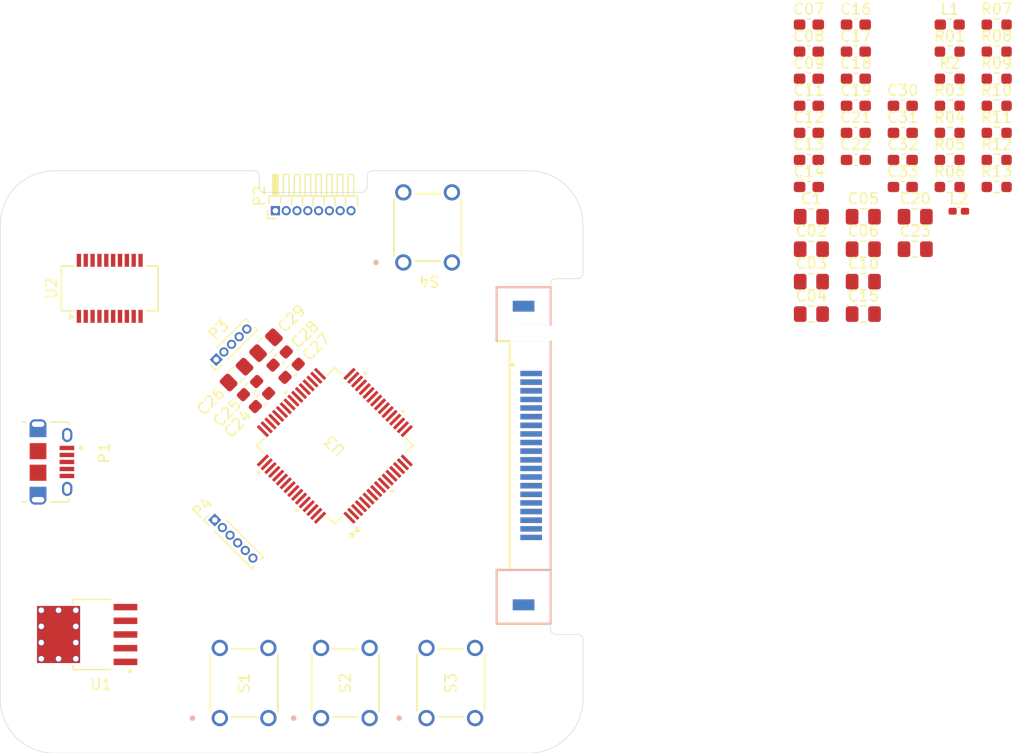
<source format=kicad_pcb>
(kicad_pcb (version 20241229) (generator "pcbnew") (generator_version "9.0")
  (layers (0 "F.Cu" signal) (4 "In1.Cu" signal) (6 "In2.Cu" signal) (2 "B.Cu" signal) (13 "F.Paste" user) (15 "B.Paste" user) (5 "F.SilkS" user "F.Silkscreen") (7 "B.SilkS" user "B.Silkscreen") (1 "F.Mask" user) (3 "B.Mask" user) (25 "Edge.Cuts" user))
  (net 0 "")
  (net 1 "+5V")
  (net 2 "GND")
  (net 3 "Net-(U1-NR{slash}FB)")
  (net 4 "Net-(J2-Pin_1)")
  (net 5 "Net-(P1-VCC)")
  (net 6 "Net-(P1-D-)")
  (net 7 "Net-(P1-D+)")
  (net 8 "+5V0USB")
  (net 9 "Net-(J2-Pin_3)")
  (net 10 "+3V3")
  (net 11 "RG6")
  (net 12 "RG7")
  (net 13 "RG8")
  (net 14 "Net-(C33-Pad1)")
  (net 17 "MCLR")
  (net 19 "PGEC2")
  (net 21 "PGED2")
  (net 22 "OSC1")
  (net 23 "OSC2")
  (net 24 "SOSCI")
  (net 25 "SOSCO")
  (net 26 "D-")
  (net 27 "VBUS")
  (net 28 "D+")
  (net 29 "USBID")
  (net 30 "RF0")
  (net 31 "RE2")
  (net 32 "RE7")
  (net 33 "RB11")
  (net 34 "RD11")
  (net 35 "RD4")
  (net 36 "RE3")
  (net 37 "RE6")
  (net 38 "+3V3AUX")
  (net 39 "RE1")
  (net 40 "RD2")
  (net 41 "RB13")
  (net 42 "RE4")
  (net 43 "+5VAUX")
  (net 44 "RF1")
  (net 45 "RB4")
  (net 46 "RB3")
  (net 47 "RD10")
  (net 48 "RB2")
  (net 49 "RB10")
  (net 50 "RE0")
  (net 51 "RB15")
  (net 52 "RB0")
  (net 53 "RB8")
  (net 54 "RD0")
  (net 55 "RD3")
  (net 56 "RE5")
  (net 57 "RD9")
  (net 58 "RD1")
  (net 59 "RF4")
  (net 60 "RB5")
  (net 61 "RF5")
  (net 62 "RB1")
  (net 63 "Net-(U2-USBDM)")
  (net 64 "Net-(U2-USBDP)")
  (net 66 "U1RX")
  (net 73 "U1TX")
  (net 77 "RB9")
  (net 78 "RG9")
  (net 79 "RB14")
  (net 80 "Net-(J1-Pin_1)")
  (net 81 "Net-(D1-A)")
  (net 82 "Net-(D2-K)")
  (net 83 "Net-(D3-K)")
  (net 84 "Net-(D4-K)")
  (net 85 "Net-(D5-K)")
  (footprint "Resistor_SMD:R_0603_1608Metric_Pad0.98x0.95mm_HandSolder" (layer "F.Cu") (at 224.4875 60.46)
    (property "Reference" "R2" (at 0 -1.43 0) (layer "F.SilkS"))
    (property "Value" "1k")
    (pad "1" smd roundrect (at -0.9125 0) (size 0.975 0.95) (layers "F.Cu" "F.Mask" "F.Paste") (net 81 "Net-(D1-A)"))
    (pad "2" smd roundrect (at 0.9125 0) (size 0.975 0.95) (layers "F.Cu" "F.Mask" "F.Paste") (net 9 "Net-(J2-Pin_3)"))
  )
  (footprint "Capacitor_SMD:C_0805_2012Metric_Pad1.18x1.45mm_HandSolder" (layer "F.Cu") (at 211.6675 82.29)
    (property "Reference" "C04" (at 0 -1.68 0) (layer "F.SilkS"))
    (property "Value" "10n")
    (pad "1" smd roundrect (at -1.0375 0) (size 1.175 1.45) (layers "F.Cu" "F.Mask" "F.Paste") (roundrect_rratio 0.212766) (net 5 "Net-(P1-VCC)"))
    (pad "2" smd roundrect (at 1.0375 0) (size 1.175 1.45) (layers "F.Cu" "F.Mask" "F.Paste") (roundrect_rratio 0.212766) (net 2 "GND"))
  )
  (footprint "Capacitor_SMD:C_0805_2012Metric_Pad1.18x1.45mm_HandSolder" (layer "F.Cu") (at 221.2875 76.27)
    (property "Reference" "C23" (at 0 -1.68 0) (layer "F.SilkS"))
    (property "Value" "10u")
    (pad "1" smd roundrect (at -1.0375 0) (size 1.175 1.45) (layers "F.Cu" "F.Mask" "F.Paste") (roundrect_rratio 0.212766) (net 2 "GND"))
    (pad "2" smd roundrect (at 1.0375 0) (size 1.175 1.45) (layers "F.Cu" "F.Mask" "F.Paste") (roundrect_rratio 0.212766) (net 10 "+3V3"))
  )
  (footprint "Lib_fp:SW_B3F-1000_OMR" (layer "F.Cu") (at 166.2267 119.750001 90)
    (property "Reference" "S2" (at 3.250001 2.250001 90) (layer "F.SilkS"))
    (property "Value" "B3F-1000" (hide yes))
    (pad "1" thru_hole circle (at 0 0 90) (size 1.507998 1.507998) (drill 0.999998) (layers "*.Cu" "*.Mask") (net 12 "RG7"))
    (pad "2" thru_hole circle (at 6.500002 0 90) (size 1.507998 1.507998) (drill 0.999998) (layers "*.Cu" "*.Mask") (net 2 "GND"))
    (pad "3" thru_hole circle (at 0 4.500001 90) (size 1.507998 1.507998) (drill 0.999998) (layers "*.Cu" "*.Mask") (net 12 "RG7"))
    (pad "4" thru_hole circle (at 6.500002 4.500001 90) (size 1.507998 1.507998) (drill 0.999998) (layers "*.Cu" "*.Mask") (net 2 "GND"))
  )
  (footprint "Capacitor_SMD:C_0603_1608Metric_Pad1.08x0.95mm_HandSolder" (layer "F.Cu") (at 160.75 90.25 -135)
    (property "Reference" "C24" (at 3.152108 0.017678 45) (layer "F.SilkS"))
    (property "Value" "10n")
    (pad "1" smd roundrect (at -0.862501 0 225) (size 1.075 0.95) (layers "F.Cu" "F.Mask" "F.Paste") (net 2 "GND"))
    (pad "2" smd roundrect (at 0.862501 0 225) (size 1.075 0.95) (layers "F.Cu" "F.Mask" "F.Paste") (net 10 "+3V3"))
  )
  (footprint "Resistor_SMD:R_0603_1608Metric_Pad0.98x0.95mm_HandSolder" (layer "F.Cu") (at 228.8375 55.44)
    (property "Reference" "R07" (at 0 -1.43 0) (layer "F.SilkS"))
    (property "Value" "10K")
    (pad "1" smd roundrect (at -0.9125 0) (size 0.975 0.95) (layers "F.Cu" "F.Mask" "F.Paste") (net 13 "RG8"))
    (pad "2" smd roundrect (at 0.9125 0) (size 0.975 0.95) (layers "F.Cu" "F.Mask" "F.Paste") (net 10 "+3V3"))
  )
  (footprint "Resistor_SMD:R_0603_1608Metric_Pad0.98x0.95mm_HandSolder" (layer "F.Cu") (at 228.8375 57.95)
    (property "Reference" "R08" (at 0 -1.43 0) (layer "F.SilkS"))
    (property "Value" "1K")
    (pad "1" smd roundrect (at -0.9125 0) (size 0.975 0.95) (layers "F.Cu" "F.Mask" "F.Paste") (net 14 "Net-(C33-Pad1)"))
    (pad "2" smd roundrect (at 0.9125 0) (size 0.975 0.95) (layers "F.Cu" "F.Mask" "F.Paste") (net 17 "MCLR"))
  )
  (footprint "Capacitor_SMD:C_0805_2012Metric_Pad1.18x1.45mm_HandSolder" (layer "F.Cu") (at 211.6675 79.28)
    (property "Reference" "C03" (at 0 -1.68 0) (layer "F.SilkS"))
    (property "Value" "1u")
    (pad "1" smd roundrect (at -1.0375 0) (size 1.175 1.45) (layers "F.Cu" "F.Mask" "F.Paste") (roundrect_rratio 0.212766) (net 4 "Net-(J2-Pin_1)"))
    (pad "2" smd roundrect (at 1.0375 0) (size 1.175 1.45) (layers "F.Cu" "F.Mask" "F.Paste") (roundrect_rratio 0.212766) (net 2 "GND"))
  )
  (footprint "Capacitor_SMD:C_0603_1608Metric_Pad1.08x0.95mm_HandSolder" (layer "F.Cu") (at 211.4375 70.5)
    (property "Reference" "C14" (at 0 -1.43 0) (layer "F.SilkS"))
    (property "Value" "10n")
    (pad "1" smd roundrect (at -0.8625 0) (size 1.075 0.95) (layers "F.Cu" "F.Mask" "F.Paste") (net 10 "+3V3"))
    (pad "2" smd roundrect (at 0.8625 0) (size 1.075 0.95) (layers "F.Cu" "F.Mask" "F.Paste") (net 2 "GND"))
  )
  (footprint "Lib_fp:SW_B3F-1000_OMR" (layer "F.Cu") (at 156.8485 119.750001 90)
    (property "Reference" "S1" (at 3.250001 2.250001 90) (layer "F.SilkS"))
    (property "Value" "B3F-1002" (hide yes))
    (pad "1" thru_hole circle (at 0 0 90) (size 1.507998 1.507998) (drill 0.999998) (layers "*.Cu" "*.Mask") (net 11 "RG6"))
    (pad "2" thru_hole circle (at 6.500002 0 90) (size 1.507998 1.507998) (drill 0.999998) (layers "*.Cu" "*.Mask") (net 2 "GND"))
    (pad "3" thru_hole circle (at 0 4.500001 90) (size 1.507998 1.507998) (drill 0.999998) (layers "*.Cu" "*.Mask") (net 11 "RG6"))
    (pad "4" thru_hole circle (at 6.500002 4.500001 90) (size 1.507998 1.507998) (drill 0.999998) (layers "*.Cu" "*.Mask") (net 2 "GND"))
  )
  (footprint "Lib_fp:SAMTEC_HSEC8-120-01-S-D-EM2" (layer "F.Cu") (at 185.7 95.4 -90)
    (property "Reference" "P5" (hide yes))
    (property "Value" "HSEC8-120-01-S-D-EM2" (hide yes))
    (fp_line (start -10.5755 1.8005) (end -10.5755 -1.8) (stroke (width 0.01)) (layer "Edge.Cuts"))
    (fp_line (start -12.1245 -1.8) (end -12.1245 1.800499) (stroke (width 0.01)) (layer "Edge.Cuts"))
    (fp_line (start -12.1245 -1.8) (end -15.6 -1.8) (stroke (width 0.01)) (layer "Edge.Cuts"))
    (fp_line (start 15.6 -1.8) (end -10.5755 -1.8) (stroke (width 0.01)) (layer "Edge.Cuts"))
    (fp_arc (start -11.35 2.575) (mid -11.897654 2.348154) (end -12.1245 1.8005) (stroke (width 0.01)) (layer "Edge.Cuts"))
    (fp_arc (start -10.5755 1.8005) (mid -10.802346 2.348154) (end -11.35 2.575) (stroke (width 0.01)) (layer "Edge.Cuts"))
    (pad "01" smd rect (at -7.6 0 270) (size 0.5 2) (layers "F.Cu" "F.Mask" "F.Paste") (net 51 "RB15"))
    (pad "02" smd rect (at -7.6 0 270) (size 0.5 2) (layers "B.Cu" "B.Mask" "B.Paste") (net 2 "GND"))
    (pad "03" smd rect (at -6.8 0 270) (size 0.5 2) (layers "F.Cu" "F.Mask" "F.Paste") (net 41 "RB13"))
    (pad "04" smd rect (at -6.8 0 270) (size 0.5 2) (layers "B.Cu" "B.Mask" "B.Paste") (net 59 "RF4"))
    (pad "05" smd rect (at -6 0 270) (size 0.5 2) (layers "F.Cu" "F.Mask" "F.Paste") (net 33 "RB11"))
    (pad "06" smd rect (at -6 0 270) (size 0.5 2) (layers "B.Cu" "B.Mask" "B.Paste") (net 61 "RF5"))
    (pad "07" smd rect (at -5.2 0 270) (size 0.5 2) (layers "F.Cu" "F.Mask" "F.Paste") (net 49 "RB10"))
    (pad "08" smd rect (at -5.2 0 270) (size 0.5 2) (layers "B.Cu" "B.Mask" "B.Paste") (net 57 "RD9"))
    (pad "09" smd rect (at -4.4 0 270) (size 0.5 2) (layers "F.Cu" "F.Mask" "F.Paste") (net 53 "RB8"))
    (pad "10" smd rect (at -4.4 0 270) (size 0.5 2) (layers "B.Cu" "B.Mask" "B.Paste") (net 47 "RD10"))
    (pad "11" smd rect (at -3.6 0 270) (size 0.5 2) (layers "F.Cu" "F.Mask" "F.Paste") (net 52 "RB0"))
    (pad "12" smd rect (at -3.6 0 270) (size 0.5 2) (layers "B.Cu" "B.Mask" "B.Paste") (net 34 "RD11"))
    (pad "13" smd rect (at -2.8 0 270) (size 0.5 2) (layers "F.Cu" "F.Mask" "F.Paste") (net 62 "RB1"))
    (pad "14" smd rect (at -2.8 0 270) (size 0.5 2) (layers "B.Cu" "B.Mask" "B.Paste") (net 54 "RD0"))
    (pad "15" smd rect (at -2 0 270) (size 0.5 2) (layers "F.Cu" "F.Mask" "F.Paste") (net 48 "RB2"))
    (pad "16" smd rect (at -2 0 270) (size 0.5 2) (layers "B.Cu" "B.Mask" "B.Paste") (net 38 "+3V3AUX"))
    (pad "17" smd rect (at -1.2 0 270) (size 0.5 2) (layers "F.Cu" "F.Mask" "F.Paste") (net 46 "RB3"))
    (pad "18" smd rect (at -1.2 0 270) (size 0.5 2) (layers "B.Cu" "B.Mask" "B.Paste") (net 58 "RD1"))
    (pad "19" smd rect (at -0.4 0 270) (size 0.5 2) (layers "F.Cu" "F.Mask" "F.Paste") (net 2 "GND"))
    (pad "20" smd rect (at -0.4 0 270) (size 0.5 2) (layers "B.Cu" "B.Mask" "B.Paste") (net 40 "RD2"))
    (pad "21" smd rect (at 0.4 0 270) (size 0.5 2) (layers "F.Cu" "F.Mask" "F.Paste") (net 45 "RB4"))
    (pad "22" smd rect (at 0.4 0 270) (size 0.5 2) (layers "B.Cu" "B.Mask" "B.Paste") (net 55 "RD3"))
    (pad "23" smd rect (at 1.2 0 270) (size 0.5 2) (layers "F.Cu" "F.Mask" "F.Paste") (net 60 "RB5"))
    (pad "24" smd rect (at 1.2 0 270) (size 0.5 2) (layers "B.Cu" "B.Mask" "B.Paste") (net 35 "RD4"))
    (pad "25" smd rect (at 2 0 270) (size 0.5 2) (layers "F.Cu" "F.Mask" "F.Paste") (net 13 "RG8"))
    (pad "26" smd rect (at 2 0 270) (size 0.5 2) (layers "B.Cu" "B.Mask" "B.Paste") (net 30 "RF0"))
    (pad "27" smd rect (at 2.8 0 270) (size 0.5 2) (layers "F.Cu" "F.Mask" "F.Paste") (net 12 "RG7"))
    (pad "28" smd rect (at 2.8 0 270) (size 0.5 2) (layers "B.Cu" "B.Mask" "B.Paste") (net 44 "RF1"))
    (pad "29" smd rect (at 3.6 0 270) (size 0.5 2) (layers "F.Cu" "F.Mask" "F.Paste") (net 11 "RG6"))
    (pad "30" smd rect (at 3.6 0 270) (size 0.5 2) (layers "B.Cu" "B.Mask" "B.Paste") (net 50 "RE0"))
    (pad "31" smd rect (at 4.4 0 270) (size 0.5 2) (layers "F.Cu" "F.Mask" "F.Paste") (net 32 "RE7"))
    (pad "32" smd rect (at 4.4 0 270) (size 0.5 2) (layers "B.Cu" "B.Mask" "B.Paste") (net 39 "RE1"))
    (pad "33" smd rect (at 5.2 0 270) (size 0.5 2) (layers "F.Cu" "F.Mask" "F.Paste") (net 2 "GND"))
    (pad "34" smd rect (at 5.2 0 270) (size 0.5 2) (layers "B.Cu" "B.Mask" "B.Paste") (net 31 "RE2"))
    (pad "35" smd rect (at 6 0 270) (size 0.5 2) (layers "F.Cu" "F.Mask" "F.Paste") (net 37 "RE6"))
    (pad "36" smd rect (at 6 0 270) (size 0.5 2) (layers "B.Cu" "B.Mask" "B.Paste") (net 36 "RE3"))
    (pad "37" smd rect (at 6.8 0 270) (size 0.5 2) (layers "F.Cu" "F.Mask" "F.Paste") (net 56 "RE5"))
    (pad "38" smd rect (at 6.8 0 270) (size 0.5 2) (layers "B.Cu" "B.Mask" "B.Paste") (net 42 "RE4"))
    (pad "39" smd rect (at 7.6 0 270) (size 0.5 2) (layers "F.Cu" "F.Mask" "F.Paste") (net 38 "+3V3AUX"))
    (pad "40" smd rect (at 7.6 0 270) (size 0.5 2) (layers "B.Cu" "B.Mask" "B.Paste") (net 43 "+5VAUX"))
    (pad "S1" smd rect (at -13.85 0.7 270) (size 1 2) (layers "F.Cu" "F.Mask" "F.Paste") (net 2 "GND"))
    (pad "S2" smd rect (at -13.85 0.7 270) (size 1 2) (layers "B.Cu" "B.Mask" "B.Paste") (net 2 "GND"))
    (pad "S3" smd rect (at 13.85 0.7 270) (size 1 2) (layers "F.Cu" "F.Mask" "F.Paste") (net 2 "GND"))
    (pad "S4" smd rect (at 13.85 0.7 270) (size 1 2) (layers "B.Cu" "B.Mask" "B.Paste") (net 2 "GND"))
  )
  (footprint "Lib_fp:TQFP64_PT_MCH" (layer "F.Cu") (at 167.5 94.5 135)
    (property "Reference" "U3" (at 0 0 135) (layer "F.SilkS"))
    (property "Value" "PIC32MZ1024EFE064-E/PT" (hide yes))
    (fp_text user "*" (at -6.985 -4.381 135) (layer "F.SilkS"))
    (fp_text user "*" (at -6.985 -4.381 135) (layer "F.SilkS"))
    (pad "1" smd rect (at -5.6769 -3.75 225) (size 0.2794 1.3462) (layers "F.Cu" "F.Mask" "F.Paste") (net 56 "RE5"))
    (pad "2" smd rect (at -5.6769 -3.250001 225) (size 0.2794 1.3462) (layers "F.Cu" "F.Mask" "F.Paste") (net 37 "RE6"))
    (pad "3" smd rect (at -5.6769 -2.75 225) (size 0.2794 1.3462) (layers "F.Cu" "F.Mask" "F.Paste") (net 32 "RE7"))
    (pad "4" smd rect (at -5.6769 -2.25 225) (size 0.2794 1.3462) (layers "F.Cu" "F.Mask" "F.Paste") (net 11 "RG6"))
    (pad "5" smd rect (at -5.6769 -1.749999 225) (size 0.2794 1.3462) (layers "F.Cu" "F.Mask" "F.Paste") (net 12 "RG7"))
    (pad "6" smd rect (at -5.6769 -1.25 225) (size 0.2794 1.3462) (layers "F.Cu" "F.Mask" "F.Paste") (net 13 "RG8"))
    (pad "7" smd rect (at -5.6769 -0.750001 225) (size 0.2794 1.3462) (layers "F.Cu" "F.Mask" "F.Paste") (net 2 "GND"))
    (pad "8" smd rect (at -5.6769 -0.25 225) (size 0.2794 1.3462) (layers "F.Cu" "F.Mask" "F.Paste") (net 10 "+3V3"))
    (pad "9" smd rect (at -5.6769 0.25 225) (size 0.2794 1.3462) (layers "F.Cu" "F.Mask" "F.Paste") (net 17 "MCLR"))
    (pad "10" smd rect (at -5.6769 0.750001 225) (size 0.2794 1.3462) (layers "F.Cu" "F.Mask" "F.Paste") (net 78 "RG9"))
    (pad "11" smd rect (at -5.6769 1.25 225) (size 0.2794 1.3462) (layers "F.Cu" "F.Mask" "F.Paste") (net 60 "RB5"))
    (pad "12" smd rect (at -5.6769 1.749999 225) (size 0.2794 1.3462) (layers "F.Cu" "F.Mask" "F.Paste") (net 45 "RB4"))
    (pad "13" smd rect (at -5.6769 2.25 225) (size 0.2794 1.3462) (layers "F.Cu" "F.Mask" "F.Paste") (net 46 "RB3"))
    (pad "14" smd rect (at -5.6769 2.75 225) (size 0.2794 1.3462) (layers "F.Cu" "F.Mask" "F.Paste") (net 48 "RB2"))
    (pad "15" smd rect (at -5.6769 3.250001 225) (size 0.2794 1.3462) (layers "F.Cu" "F.Mask" "F.Paste") (net 62 "RB1"))
    (pad "16" smd rect (at -5.6769 3.75 225) (size 0.2794 1.3462) (layers "F.Cu" "F.Mask" "F.Paste") (net 52 "RB0"))
    (pad "17" smd rect (at -3.75 5.6769 135) (size 0.2794 1.3462) (layers "F.Cu" "F.Mask" "F.Paste") (net 19 "PGEC2"))
    (pad "18" smd rect (at -3.250001 5.6769 135) (size 0.2794 1.3462) (layers "F.Cu" "F.Mask" "F.Paste") (net 21 "PGED2"))
    (pad "19" smd rect (at -2.75 5.6769 135) (size 0.2794 1.3462) (layers "F.Cu" "F.Mask" "F.Paste") (net 10 "+3V3"))
    (pad "20" smd rect (at -2.25 5.6769 135) (size 0.2794 1.3462) (layers "F.Cu" "F.Mask" "F.Paste") (net 2 "GND"))
    (pad "21" smd rect (at -1.749999 5.6769 135) (size 0.2794 1.3462) (layers "F.Cu" "F.Mask" "F.Paste") (net 53 "RB8"))
    (pad "22" smd rect (at -1.25 5.6769 135) (size 0.2794 1.3462) (layers "F.Cu" "F.Mask" "F.Paste") (net 77 "RB9"))
    (pad "23" smd rect (at -0.750001 5.6769 135) (size 0.2794 1.3462) (layers "F.Cu" "F.Mask" "F.Paste") (net 49 "RB10"))
    (pad "24" smd rect (at -0.25 5.6769 135) (size 0.2794 1.3462) (layers "F.Cu" "F.Mask" "F.Paste") (net 33 "RB11"))
    (pad "25" smd rect (at 0.25 5.6769 135) (size 0.2794 1.3462) (layers "F.Cu" "F.Mask" "F.Paste") (net 2 "GND"))
    (pad "26" smd rect (at 0.750001 5.6769 135) (size 0.2794 1.3462) (layers "F.Cu" "F.Mask" "F.Paste") (net 10 "+3V3"))
    (pad "27" smd rect (at 1.25 5.6769 135) (size 0.2794 1.3462) (layers "F.Cu" "F.Mask" "F.Paste") (net 66 "U1RX"))
    (pad "28" smd rect (at 1.749999 5.6769 135) (size 0.2794 1.3462) (layers "F.Cu" "F.Mask" "F.Paste") (net 41 "RB13"))
    (pad "29" smd rect (at 2.25 5.6769 135) (size 0.2794 1.3462) (layers "F.Cu" "F.Mask" "F.Paste") (net 79 "RB14"))
    (pad "30" smd rect (at 2.75 5.6769 135) (size 0.2794 1.3462) (layers "F.Cu" "F.Mask" "F.Paste") (net 51 "RB15"))
    (pad "31" smd rect (at 3.250001 5.6769 135) (size 0.2794 1.3462) (layers "F.Cu" "F.Mask" "F.Paste") (net 22 "OSC1"))
    (pad "32" smd rect (at 3.75 5.6769 135) (size 0.2794 1.3462) (layers "F.Cu" "F.Mask" "F.Paste") (net 23 "OSC2"))
    (pad "33" smd rect (at 5.6769 3.75 225) (size 0.2794 1.3462) (layers "F.Cu" "F.Mask" "F.Paste") (net 27 "VBUS"))
    (pad "34" smd rect (at 5.6769 3.250001 225) (size 0.2794 1.3462) (layers "F.Cu" "F.Mask" "F.Paste") (net 10 "+3V3"))
    (pad "35" smd rect (at 5.6769 2.75 225) (size 0.2794 1.3462) (layers "F.Cu" "F.Mask" "F.Paste") (net 2 "GND"))
    (pad "36" smd rect (at 5.6769 2.25 225) (size 0.2794 1.3462) (layers "F.Cu" "F.Mask" "F.Paste") (net 26 "D-"))
    (pad "37" smd rect (at 5.6769 1.749999 225) (size 0.2794 1.3462) (layers "F.Cu" "F.Mask" "F.Paste") (net 28 "D+"))
    (pad "38" smd rect (at 5.6769 1.25 225) (size 0.2794 1.3462) (layers "F.Cu" "F.Mask" "F.Paste") (net 29 "USBID"))
    (pad "39" smd rect (at 5.6769 0.750001 225) (size 0.2794 1.3462) (layers "F.Cu" "F.Mask" "F.Paste") (net 10 "+3V3"))
    (pad "40" smd rect (at 5.6769 0.25 225) (size 0.2794 1.3462) (layers "F.Cu" "F.Mask" "F.Paste") (net 2 "GND"))
    (pad "41" smd rect (at 5.6769 -0.25 225) (size 0.2794 1.3462) (layers "F.Cu" "F.Mask" "F.Paste") (net 59 "RF4"))
    (pad "42" smd rect (at 5.6769 -0.750001 225) (size 0.2794 1.3462) (layers "F.Cu" "F.Mask" "F.Paste") (net 61 "RF5"))
    (pad "43" smd rect (at 5.6769 -1.25 225) (size 0.2794 1.3462) (layers "F.Cu" "F.Mask" "F.Paste") (net 57 "RD9"))
    (pad "44" smd rect (at 5.6769 -1.749999 225) (size 0.2794 1.3462) (layers "F.Cu" "F.Mask" "F.Paste") (net 47 "RD10"))
    (pad "45" smd rect (at 5.6769 -2.25 225) (size 0.2794 1.3462) (layers "F.Cu" "F.Mask" "F.Paste") (net 34 "RD11"))
    (pad "46" smd rect (at 5.6769 -2.75 225) (size 0.2794 1.3462) (layers "F.Cu" "F.Mask" "F.Paste") (net 54 "RD0"))
    (pad "47" smd rect (at 5.6769 -3.250001 225) (size 0.2794 1.3462) (layers "F.Cu" "F.Mask" "F.Paste") (net 24 "SOSCI"))
    (pad "48" smd rect (at 5.6769 -3.75 225) (size 0.2794 1.3462) (layers "F.Cu" "F.Mask" "F.Paste") (net 25 "SOSCO"))
    (pad "49" smd rect (at 3.75 -5.6769 135) (size 0.2794 1.3462) (layers "F.Cu" "F.Mask" "F.Paste") (net 58 "RD1"))
    (pad "50" smd rect (at 3.250001 -5.6769 135) (size 0.2794 1.3462) (layers "F.Cu" "F.Mask" "F.Paste") (net 40 "RD2"))
    (pad "51" smd rect (at 2.75 -5.6769 135) (size 0.2794 1.3462) (layers "F.Cu" "F.Mask" "F.Paste") (net 55 "RD3"))
    (pad "52" smd rect (at 2.25 -5.6769 135) (size 0.2794 1.3462) (layers "F.Cu" "F.Mask" "F.Paste") (net 35 "RD4"))
    (pad "53" smd rect (at 1.749999 -5.6769 135) (size 0.2794 1.3462) (layers "F.Cu" "F.Mask" "F.Paste") (net 73 "U1TX"))
    (pad "54" smd rect (at 1.25 -5.6769 135) (size 0.2794 1.3462) (layers "F.Cu" "F.Mask" "F.Paste") (net 10 "+3V3"))
    (pad "55" smd rect (at 0.750001 -5.6769 135) (size 0.2794 1.3462) (layers "F.Cu" "F.Mask" "F.Paste") (net 2 "GND"))
    (pad "56" smd rect (at 0.25 -5.6769 135) (size 0.2794 1.3462) (layers "F.Cu" "F.Mask" "F.Paste") (net 30 "RF0"))
    (pad "57" smd rect (at -0.25 -5.6769 135) (size 0.2794 1.3462) (layers "F.Cu" "F.Mask" "F.Paste") (net 44 "RF1"))
    (pad "58" smd rect (at -0.750001 -5.6769 135) (size 0.2794 1.3462) (layers "F.Cu" "F.Mask" "F.Paste") (net 50 "RE0"))
    (pad "59" smd rect (at -1.25 -5.6769 135) (size 0.2794 1.3462) (layers "F.Cu" "F.Mask" "F.Paste") (net 2 "GND"))
    (pad "60" smd rect (at -1.749999 -5.6769 135) (size 0.2794 1.3462) (layers "F.Cu" "F.Mask" "F.Paste") (net 10 "+3V3"))
    (pad "61" smd rect (at -2.25 -5.6769 135) (size 0.2794 1.3462) (layers "F.Cu" "F.Mask" "F.Paste") (net 39 "RE1"))
    (pad "62" smd rect (at -2.75 -5.6769 135) (size 0.2794 1.3462) (layers "F.Cu" "F.Mask" "F.Paste") (net 31 "RE2"))
    (pad "63" smd rect (at -3.250001 -5.6769 135) (size 0.2794 1.3462) (layers "F.Cu" "F.Mask" "F.Paste") (net 36 "RE3"))
    (pad "64" smd rect (at -3.75 -5.6769 135) (size 0.2794 1.3462) (layers "F.Cu" "F.Mask" "F.Paste") (net 42 "RE4"))
  )
  (footprint "Resistor_SMD:R_0603_1608Metric_Pad0.98x0.95mm_HandSolder" (layer "F.Cu") (at 228.8375 60.46)
    (property "Reference" "R09" (at 0 -1.43 0) (layer "F.SilkS"))
    (property "Value" "10K")
    (pad "1" smd roundrect (at -0.9125 0) (size 0.975 0.95) (layers "F.Cu" "F.Mask" "F.Paste") (net 14 "Net-(C33-Pad1)"))
    (pad "2" smd roundrect (at 0.9125 0) (size 0.975 0.95) (layers "F.Cu" "F.Mask" "F.Paste") (net 10 "+3V3"))
  )
  (footprint "Capacitor_SMD:C_0805_2012Metric_Pad1.18x1.45mm_HandSolder" (layer "F.Cu") (at 158.4 87.9 -135)
    (property "Reference" "C26" (at 3.452628 -0.070711 45) (layer "F.SilkS"))
    (property "Value" "10u")
    (pad "1" smd roundrect (at -1.0375 0 225) (size 1.175 1.45) (layers "F.Cu" "F.Mask" "F.Paste") (roundrect_rratio 0.212766) (net 2 "GND"))
    (pad "2" smd roundrect (at 1.0375 0 225) (size 1.175 1.45) (layers "F.Cu" "F.Mask" "F.Paste") (roundrect_rratio 0.212766) (net 10 "+3V3"))
  )
  (footprint "Capacitor_SMD:C_0603_1608Metric_Pad1.08x0.95mm_HandSolder" (layer "F.Cu") (at 211.4375 62.97)
    (property "Reference" "C11" (at 0 -1.43 0) (layer "F.SilkS"))
    (property "Value" "100n")
    (pad "1" smd roundrect (at -0.8625 0) (size 1.075 0.95) (layers "F.Cu" "F.Mask" "F.Paste") (net 2 "GND"))
    (pad "2" smd roundrect (at 0.8625 0) (size 1.075 0.95) (layers "F.Cu" "F.Mask" "F.Paste") (net 10 "+3V3"))
  )
  (footprint "Resistor_SMD:R_0603_1608Metric_Pad0.98x0.95mm_HandSolder" (layer "F.Cu") (at 228.8375 62.97)
    (property "Reference" "R10" (at 0 -1.43 0) (layer "F.SilkS"))
    (property "Value" "4K53")
    (pad "1" smd roundrect (at -0.9125 0) (size 0.975 0.95) (layers "F.Cu" "F.Mask" "F.Paste") (net 2 "GND"))
    (pad "2" smd roundrect (at 0.9125 0) (size 0.975 0.95) (layers "F.Cu" "F.Mask" "F.Paste") (net 82 "Net-(D2-K)"))
  )
  (footprint "Resistor_SMD:R_0603_1608Metric_Pad0.98x0.95mm_HandSolder" (layer "F.Cu") (at 224.4875 62.97)
    (property "Reference" "R03" (at 0 -1.43 0) (layer "F.SilkS"))
    (property "Value" "27")
    (pad "1" smd roundrect (at -0.9125 0) (size 0.975 0.95) (layers "F.Cu" "F.Mask" "F.Paste") (net 6 "Net-(P1-D-)"))
    (pad "2" smd roundrect (at 0.9125 0) (size 0.975 0.95) (layers "F.Cu" "F.Mask" "F.Paste") (net 63 "Net-(U2-USBDM)"))
  )
  (footprint "Capacitor_SMD:C_0603_1608Metric_Pad1.08x0.95mm_HandSolder" (layer "F.Cu") (at 220.1375 65.48)
    (property "Reference" "C31" (at 0 -1.43 0) (layer "F.SilkS"))
    (property "Value" "100n")
    (pad "1" smd roundrect (at -0.8625 0) (size 1.075 0.95) (layers "F.Cu" "F.Mask" "F.Paste") (net 12 "RG7"))
    (pad "2" smd roundrect (at 0.8625 0) (size 1.075 0.95) (layers "F.Cu" "F.Mask" "F.Paste") (net 2 "GND"))
  )
  (footprint "Capacitor_SMD:C_0603_1608Metric_Pad1.08x0.95mm_HandSolder" (layer "F.Cu") (at 215.7875 57.95)
    (property "Reference" "C17" (at 0 -1.43 0) (layer "F.SilkS"))
    (property "Value" "10n")
    (pad "1" smd roundrect (at -0.8625 0) (size 1.075 0.95) (layers "F.Cu" "F.Mask" "F.Paste") (net 2 "GND"))
    (pad "2" smd roundrect (at 0.8625 0) (size 1.075 0.95) (layers "F.Cu" "F.Mask" "F.Paste") (net 10 "+3V3"))
  )
  (footprint "Capacitor_SMD:C_0603_1608Metric_Pad1.08x0.95mm_HandSolder" (layer "F.Cu") (at 159.65 89.15 -135)
    (property "Reference" "C25" (at 3.152108 -0.123744 45) (layer "F.SilkS"))
    (property "Value" "100n")
    (pad "1" smd roundrect (at -0.862501 0 225) (size 1.075 0.95) (layers "F.Cu" "F.Mask" "F.Paste") (net 2 "GND"))
    (pad "2" smd roundrect (at 0.862501 0 225) (size 1.075 0.95) (layers "F.Cu" "F.Mask" "F.Paste") (net 10 "+3V3"))
  )
  (footprint "Capacitor_SMD:C_0805_2012Metric_Pad1.18x1.45mm_HandSolder" (layer "F.Cu") (at 211.6675 73.26)
    (property "Reference" "C1" (at 0 -1.68 0) (layer "F.SilkS"))
    (property "Value" "2u2")
    (pad "1" smd roundrect (at -1.0375 0) (size 1.175 1.45) (layers "F.Cu" "F.Mask" "F.Paste") (roundrect_rratio 0.212766) (net 1 "+5V"))
    (pad "2" smd roundrect (at 1.0375 0) (size 1.175 1.45) (layers "F.Cu" "F.Mask" "F.Paste") (roundrect_rratio 0.212766) (net 2 "GND"))
  )
  (footprint "Capacitor_SMD:C_0603_1608Metric_Pad1.08x0.95mm_HandSolder" (layer "F.Cu") (at 220.1375 70.5)
    (property "Reference" "C33" (at 0 -1.43 0) (layer "F.SilkS"))
    (property "Value" "100n")
    (pad "1" smd roundrect (at -0.8625 0) (size 1.075 0.95) (layers "F.Cu" "F.Mask" "F.Paste") (net 14 "Net-(C33-Pad1)"))
    (pad "2" smd roundrect (at 0.8625 0) (size 1.075 0.95) (layers "F.Cu" "F.Mask" "F.Paste") (net 2 "GND"))
  )
  (footprint "Capacitor_SMD:C_0805_2012Metric_Pad1.18x1.45mm_HandSolder" (layer "F.Cu") (at 216.4775 82.29)
    (property "Reference" "C15" (at 0 -1.68 0) (layer "F.SilkS"))
    (property "Value" "10u")
    (pad "1" smd roundrect (at -1.0375 0) (size 1.175 1.45) (layers "F.Cu" "F.Mask" "F.Paste") (roundrect_rratio 0.212766) (net 2 "GND"))
    (pad "2" smd roundrect (at 1.0375 0) (size 1.175 1.45) (layers "F.Cu" "F.Mask" "F.Paste") (roundrect_rratio 0.212766) (net 10 "+3V3"))
  )
  (footprint "Resistor_SMD:R_0603_1608Metric_Pad0.98x0.95mm_HandSolder" (layer "F.Cu") (at 224.4875 65.48)
    (property "Reference" "R04" (at 0 -1.43 0) (layer "F.SilkS"))
    (property "Value" "27")
    (pad "1" smd roundrect (at -0.9125 0) (size 0.975 0.95) (layers "F.Cu" "F.Mask" "F.Paste") (net 7 "Net-(P1-D+)"))
    (pad "2" smd roundrect (at 0.9125 0) (size 0.975 0.95) (layers "F.Cu" "F.Mask" "F.Paste") (net 64 "Net-(U2-USBDP)"))
  )
  (footprint "Resistor_SMD:R_0603_1608Metric_Pad0.98x0.95mm_HandSolder" (layer "F.Cu") (at 224.4875 57.95)
    (property "Reference" "R01" (at 0 -1.43 0) (layer "F.SilkS"))
    (property "Value" "1k")
    (pad "1" smd roundrect (at -0.9125 0) (size 0.975 0.95) (layers "F.Cu" "F.Mask" "F.Paste") (net 80 "Net-(J1-Pin_1)"))
    (pad "2" smd roundrect (at 0.9125 0) (size 0.975 0.95) (layers "F.Cu" "F.Mask" "F.Paste") (net 2 "GND"))
  )
  (footprint "Connector_PinHeader_1.00mm:PinHeader_1x06_P1.00mm_Vertical" (layer "F.Cu") (at 156.37868 101.37868 45)
    (property "Reference" "P4" (at 0 -1.61 45) (layer "F.SilkS"))
    (property "Value" "Conn_01x06_Pin" (hide yes))
    (pad "1" thru_hole rect (at 0 0 45) (size 0.85 0.85) (drill 0.5) (layers "*.Cu" "*.Mask") (net 27 "VBUS"))
    (pad "2" thru_hole circle (at 0 1 45) (size 0.85 0.85) (drill 0.5) (layers "*.Cu" "*.Mask") (net 10 "+3V3"))
    (pad "3" thru_hole circle (at 0 2.000001 45) (size 0.85 0.85) (drill 0.5) (layers "*.Cu" "*.Mask") (net 26 "D-"))
    (pad "4" thru_hole circle (at 0 3 45) (size 0.85 0.85) (drill 0.5) (layers "*.Cu" "*.Mask") (net 28 "D+"))
    (pad "5" thru_hole circle (at 0 4 45) (size 0.85 0.85) (drill 0.5) (layers "*.Cu" "*.Mask") (net 29 "USBID"))
    (pad "6" thru_hole circle (at 0 5 45) (size 0.85 0.85) (drill 0.5) (layers "*.Cu" "*.Mask") (net 2 "GND"))
  )
  (footprint "Capacitor_SMD:C_0805_2012Metric_Pad1.18x1.45mm_HandSolder" (layer "F.Cu") (at 216.4775 79.28)
    (property "Reference" "C10" (at 0 -1.68 0) (layer "F.SilkS"))
    (property "Value" "10u")
    (pad "1" smd roundrect (at -1.0375 0) (size 1.175 1.45) (layers "F.Cu" "F.Mask" "F.Paste") (roundrect_rratio 0.212766) (net 2 "GND"))
    (pad "2" smd roundrect (at 1.0375 0) (size 1.175 1.45) (layers "F.Cu" "F.Mask" "F.Paste") (roundrect_rratio 0.212766) (net 10 "+3V3"))
  )
  (footprint "Lib_fp:VREG_TPS79633DCQR" (layer "F.Cu") (at 145 112 180)
    (property "Reference" "U1" (at -0.825 -4.635 0) (layer "F.SilkS"))
    (property "Value" "TPS79633DCQR" (hide yes))
    (pad "1" smd rect (at -3.1 -2.54 180) (size 2.2 0.6) (layers "F.Cu") (net 1 "+5V"))
    (pad "2" smd rect (at -3.1 -1.27 180) (size 2.2 0.6) (layers "F.Cu") (net 1 "+5V"))
    (pad "3" smd rect (at -3.1 0 180) (size 2.2 0.6) (layers "F.Cu") (net 2 "GND"))
    (pad "4" smd rect (at -3.1 1.27 180) (size 2.2 0.6) (layers "F.Cu") (net 4 "Net-(J2-Pin_1)"))
    (pad "5" smd rect (at -3.1 2.54 180) (size 2.2 0.6) (layers "F.Cu") (net 3 "Net-(U1-NR{slash}FB)"))
    (pad "6" smd rect (at 3.1 0 180) (size 4 5.3) (layers "F.Cu") (net 2 "GND"))
    (pad "7" thru_hole circle (at 4.7 2.25 180) (size 0.6 0.6) (drill 0.5) (layers "*.Cu"))
    (pad "8" thru_hole circle (at 4.7 0.75 180) (size 0.6 0.6) (drill 0.5) (layers "*.Cu"))
    (pad "9" thru_hole circle (at 4.7 -0.75 180) (size 0.6 0.6) (drill 0.5) (layers "*.Cu"))
    (pad "10" thru_hole circle (at 4.7 -2.25 180) (size 0.6 0.6) (drill 0.5) (layers "*.Cu"))
    (pad "11" thru_hole circle (at 3.1 2.25 180) (size 0.6 0.6) (drill 0.5) (layers "*.Cu"))
    (pad "12" thru_hole circle (at 3.1 -2.25 180) (size 0.6 0.6) (drill 0.5) (layers "*.Cu"))
    (pad "13" thru_hole circle (at 1.5 2.25 180) (size 0.6 0.6) (drill 0.5) (layers "*.Cu"))
    (pad "14" thru_hole circle (at 1.5 0.75 180) (size 0.6 0.6) (drill 0.5) (layers "*.Cu"))
    (pad "15" thru_hole circle (at 1.5 -0.75 180) (size 0.6 0.6) (drill 0.5) (layers "*.Cu"))
    (pad "16" thru_hole circle (at 1.5 -2.25 180) (size 0.6 0.6) (drill 0.5) (layers "*.Cu"))
  )
  (footprint "Capacitor_SMD:C_0603_1608Metric_Pad1.08x0.95mm_HandSolder" (layer "F.Cu") (at 220.1375 62.97)
    (property "Reference" "C30" (at 0 -1.43 0) (layer "F.SilkS"))
    (property "Value" "100n")
    (pad "1" smd roundrect (at -0.8625 0) (size 1.075 0.95) (layers "F.Cu" "F.Mask" "F.Paste") (net 11 "RG6"))
    (pad "2" smd roundrect (at 0.8625 0) (size 1.075 0.95) (layers "F.Cu" "F.Mask" "F.Paste") (net 2 "GND"))
  )
  (footprint "Resistor_SMD:R_0603_1608Metric_Pad0.98x0.95mm_HandSolder" (layer "F.Cu") (at 224.4875 67.99)
    (property "Reference" "R05" (at 0 -1.43 0) (layer "F.SilkS"))
    (property "Value" "10K")
    (pad "1" smd roundrect (at -0.9125 0) (size 0.975 0.95) (layers "F.Cu" "F.Mask" "F.Paste") (net 11 "RG6"))
    (pad "2" smd roundrect (at 0.9125 0) (size 0.975 0.95) (layers "F.Cu" "F.Mask" "F.Paste") (net 10 "+3V3"))
  )
  (footprint "Capacitor_SMD:C_0603_1608Metric_Pad1.08x0.95mm_HandSolder" (layer "F.Cu") (at 211.4375 67.99)
    (property "Reference" "C13" (at 0 -1.43 0) (layer "F.SilkS"))
    (property "Value" "100n")
    (pad "1" smd roundrect (at -0.8625 0) (size 1.075 0.95) (layers "F.Cu" "F.Mask" "F.Paste") (net 10 "+3V3"))
    (pad "2" smd roundrect (at 0.8625 0) (size 1.075 0.95) (layers "F.Cu" "F.Mask" "F.Paste") (net 2 "GND"))
  )
  (footprint "Resistor_SMD:R_0603_1608Metric_Pad0.98x0.95mm_HandSolder" (layer "F.Cu") (at 224.4875 70.5)
    (property "Reference" "R06" (at 0 -1.43 0) (layer "F.SilkS"))
    (property "Value" "10K")
    (pad "1" smd roundrect (at -0.9125 0) (size 0.975 0.95) (layers "F.Cu" "F.Mask" "F.Paste") (net 12 "RG7"))
    (pad "2" smd roundrect (at 0.9125 0) (size 0.975 0.95) (layers "F.Cu" "F.Mask" "F.Paste") (net 10 "+3V3"))
  )
  (footprint "Capacitor_SMD:C_0805_2012Metric_Pad1.18x1.45mm_HandSolder" (layer "F.Cu") (at 221.2875 73.26)
    (property "Reference" "C20" (at 0 -1.68 0) (layer "F.SilkS"))
    (property "Value" "10u")
    (pad "1" smd roundrect (at -1.0375 0) (size 1.175 1.45) (layers "F.Cu" "F.Mask" "F.Paste") (roundrect_rratio 0.212766) (net 10 "+3V3"))
    (pad "2" smd roundrect (at 1.0375 0) (size 1.175 1.45) (layers "F.Cu" "F.Mask" "F.Paste") (roundrect_rratio 0.212766) (net 2 "GND"))
  )
  (footprint "Capacitor_SMD:C_0805_2012Metric_Pad1.18x1.45mm_HandSolder" (layer "F.Cu") (at 161.125869 85.174131 -135)
    (property "Reference" "C29" (at -3.422756 0.053033 45) (layer "F.SilkS"))
    (property "Value" "10u")
    (pad "1" smd roundrect (at -1.0375 0 225) (size 1.175 1.45) (layers "F.Cu" "F.Mask" "F.Paste") (roundrect_rratio 0.212766) (net 2 "GND"))
    (pad "2" smd roundrect (at 1.0375 0 225) (size 1.175 1.45) (layers "F.Cu" "F.Mask" "F.Paste") (roundrect_rratio 0.212766) (net 10 "+3V3"))
  )
  (footprint "Inductor_SMD:L_0402_1005Metric_Pad0.77x0.64mm_HandSolder" (layer "F.Cu") (at 225.3275 72.75)
    (property "Reference" "L2" (at 0 -1.17 0) (layer "F.SilkS"))
    (property "Value" "0.2n")
    (pad "1" smd roundrect (at -0.5725 0) (size 0.765 0.64) (layers "F.Cu" "F.Mask" "F.Paste") (net 10 "+3V3"))
    (pad "2" smd roundrect (at 0.5725 0) (size 0.765 0.64) (layers "F.Cu" "F.Mask" "F.Paste") (net 10 "+3V3"))
  )
  (footprint "Lib_fp:SW_B3F-1000_OMR" (layer "F.Cu") (at 176 119.750002 90)
    (property "Reference" "S3" (at 3.250001 2.250001 90) (layer "F.SilkS"))
    (property "Value" "B3F-1005" (hide yes))
    (pad "1" thru_hole circle (at 0 0 90) (size 1.507998 1.507998) (drill 0.999998) (layers "*.Cu" "*.Mask") (net 13 "RG8"))
    (pad "2" thru_hole circle (at 6.500002 0 90) (size 1.507998 1.507998) (drill 0.999998) (layers "*.Cu" "*.Mask") (net 2 "GND"))
    (pad "3" thru_hole circle (at 0 4.500001 90) (size 1.507998 1.507998) (drill 0.999998) (layers "*.Cu" "*.Mask") (net 13 "RG8"))
    (pad "4" thru_hole circle (at 6.500002 4.500001 90) (size 1.507998 1.507998) (drill 0.999998) (layers "*.Cu" "*.Mask") (net 2 "GND"))
  )
  (footprint "Capacitor_SMD:C_0805_2012Metric_Pad1.18x1.45mm_HandSolder" (layer "F.Cu") (at 216.4775 76.27)
    (property "Reference" "C06" (at 0 -1.68 0) (layer "F.SilkS"))
    (property "Value" "47p")
    (pad "1" smd roundrect (at -1.0375 0) (size 1.175 1.45) (layers "F.Cu" "F.Mask" "F.Paste") (roundrect_rratio 0.212766) (net 7 "Net-(P1-D+)"))
    (pad "2" smd roundrect (at 1.0375 0) (size 1.175 1.45) (layers "F.Cu" "F.Mask" "F.Paste") (roundrect_rratio 0.212766) (net 2 "GND"))
  )
  (footprint "Resistor_SMD:R_0603_1608Metric_Pad0.98x0.95mm_HandSolder" (layer "F.Cu") (at 228.8375 70.5)
    (property "Reference" "R13" (at 0 -1.43 0) (layer "F.SilkS"))
    (property "Value" "1K37")
    (pad "1" smd roundrect (at -0.9125 0) (size 0.975 0.95) (layers "F.Cu" "F.Mask" "F.Paste") (net 2 "GND"))
    (pad "2" smd roundrect (at 0.9125 0) (size 0.975 0.95) (layers "F.Cu" "F.Mask" "F.Paste") (net 85 "Net-(D5-K)"))
  )
  (footprint "Resistor_SMD:R_0603_1608Metric_Pad0.98x0.95mm_HandSolder" (layer "F.Cu") (at 228.8375 65.48)
    (property "Reference" "R11" (at 0 -1.43 0) (layer "F.SilkS"))
    (property "Value" "470")
    (pad "1" smd roundrect (at -0.9125 0) (size 0.975 0.95) (layers "F.Cu" "F.Mask" "F.Paste") (net 2 "GND"))
    (pad "2" smd roundrect (at 0.9125 0) (size 0.975 0.95) (layers "F.Cu" "F.Mask" "F.Paste") (net 83 "Net-(D3-K)"))
  )
  (footprint "Capacitor_SMD:C_0603_1608Metric_Pad1.08x0.95mm_HandSolder" (layer "F.Cu") (at 211.4375 55.44)
    (property "Reference" "C07" (at 0 -1.43 0) (layer "F.SilkS"))
    (property "Value" "4u7")
    (pad "1" smd roundrect (at -0.8625 0) (size 1.075 0.95) (layers "F.Cu" "F.Mask" "F.Paste") (net 8 "+5V0USB"))
    (pad "2" smd roundrect (at 0.8625 0) (size 1.075 0.95) (layers "F.Cu" "F.Mask" "F.Paste") (net 2 "GND"))
  )
  (footprint "Connector_PinHeader_1.00mm:PinHeader_1x08_P1.00mm_Horizontal" (layer "F.Cu") (at 162 72.7 90)
    (property "Reference" "P2" (at 1.375 -1.5 90) (layer "F.SilkS"))
    (property "Value" "Conn_01x08_Pin")
    (pad "1" thru_hole rect (at 0 0 90) (size 0.85 0.85) (drill 0.5) (layers "*.Cu" "*.Mask") (net 17 "MCLR"))
    (pad "2" thru_hole circle (at 0 1 90) (size 0.85 0.85) (drill 0.5) (layers "*.Cu" "*.Mask") (net 2 "GND"))
    (pad "3" thru_hole circle (at 0 2 90) (size 0.85 0.85) (drill 0.5) (layers "*.Cu" "*.Mask") (net 10 "+3V3"))
    (pad "4" thru_hole circle (at 0 3 90) (size 0.85 0.85) (drill 0.5) (layers "*.Cu" "*.Mask") (net 21 "PGED2"))
    (pad "5" thru_hole circle (at 0 4 90) (size 0.85 0.85) (drill 0.5) (layers "*.Cu" "*.Mask") (net 19 "PGEC2"))
    (pad "6" thru_hole circle (at 0 5 90) (size 0.85 0.85) (drill 0.5) (layers "*.Cu" "*.Mask"))
    (pad "7" thru_hole circle (at 0 6 90) (size 0.85 0.85) (drill 0.5) (layers "*.Cu" "*.Mask"))
    (pad "8" thru_hole circle (at 0 7 90) (size 0.85 0.85) (drill 0.5) (layers "*.Cu" "*.Mask"))
  )
  (footprint "Capacitor_SMD:C_0603_1608Metric_Pad1.08x0.95mm_HandSolder" (layer "F.Cu") (at 163.502126 87.547874 -135)
    (property "Reference" "C27" (at -3.173491 -0.053033 45) (layer "F.SilkS"))
    (property "Value" "10n")
    (pad "1" smd roundrect (at -0.862501 0 225) (size 1.075 0.95) (layers "F.Cu" "F.Mask" "F.Paste") (net 2 "GND"))
    (pad "2" smd roundrect (at 0.862501 0 225) (size 1.075 0.95) (layers "F.Cu" "F.Mask" "F.Paste") (net 10 "+3V3"))
  )
  (footprint "Resistor_SMD:R_0603_1608Metric_Pad0.98x0.95mm_HandSolder" (layer "F.Cu") (at 228.8375 67.99)
    (property "Reference" "R12" (at 0 -1.43 0) (layer "F.SilkS"))
    (property "Value" "2K7")
    (pad "1" smd roundrect (at -0.9125 0) (size 0.975 0.95) (layers "F.Cu" "F.Mask" "F.Paste") (net 2 "GND"))
    (pad "2" smd roundrect (at 0.9125 0) (size 0.975 0.95) (layers "F.Cu" "F.Mask" "F.Paste") (net 84 "Net-(D4-K)"))
  )
  (footprint "Lib_fp:AMPHENOL_10118194-0001LF" (layer "F.Cu") (at 140 96 -90)
    (property "Reference" "P1" (at -0.825 -6.135 90) (layer "F.SilkS"))
    (property "Value" "10118194-0001LF" (hide yes))
    (pad "1" smd rect (at -1.3 -2.675 270) (size 0.4 1.35) (layers "F.Cu" "F.Mask" "F.Paste") (net 5 "Net-(P1-VCC)"))
    (pad "2" smd rect (at -0.65 -2.675 270) (size 0.4 1.35) (layers "F.Cu" "F.Mask" "F.Paste") (net 6 "Net-(P1-D-)"))
    (pad "3" smd rect (at 0 -2.675 270) (size 0.4 1.35) (layers "F.Cu" "F.Mask" "F.Paste") (net 7 "Net-(P1-D+)"))
    (pad "4" smd rect (at 0.65 -2.675 270) (size 0.4 1.35) (layers "F.Cu" "F.Mask" "F.Paste"))
    (pad "5" smd rect (at 1.3 -2.675 270) (size 0.4 1.35) (layers "F.Cu" "F.Mask" "F.Paste") (net 2 "GND"))
    (pad "SH1" thru_hole custom (at -3.5 0 270) (size 0.775 1.55) (drill oval 0.5 1.15) (layers "*.Cu") (options (clearance outline) (anchor circle)) (primitives (gr_poly (pts (xy 1.2 0.775) (xy 0.055 0.775) (xy 0.029 0.774) (xy 0.003 0.772) (xy -0.023 0.769) (xy -0.049 0.764) (xy -0.074 0.758) (xy -0.1 0.751) (xy -0.124 0.742) (xy -0.148 0.732) (xy -0.172 0.721) (xy -0.195 0.708) (xy -0.217 0.694) (xy -0.239 0.68) (xy -0.26 0.664) (xy -0.28 0.647) (xy -0.299 0.629) (xy -0.317 0.61) (xy -0.334 0.59) (xy -0.35 0.569) (xy -0.364 0.547) (xy -0.378 0.525) (xy -0.391 0.502) (xy -0.402 0.478) (xy -0.412 0.454) (xy -0.421 0.43) (xy -0.428 0.404) (xy -0.434 0.379) (xy -0.439 0.353) (xy -0.442 0.327) (xy -0.444 0.301) (xy -0.445 0.275) (xy -0.445 -0.275) (xy -0.444 -0.301) (xy -0.442 -0.327) (xy -0.439 -0.353) (xy -0.434 -0.379) (xy -0.428 -0.404) (xy -0.421 -0.43) (xy -0.412 -0.454) (xy -0.402 -0.478) (xy -0.391 -0.502) (xy -0.378 -0.525) (xy -0.364 -0.547) (xy -0.35 -0.569) (xy -0.334 -0.59) (xy -0.317 -0.61) (xy -0.299 -0.629) (xy -0.28 -0.647) (xy -0.26 -0.664) (xy -0.239 -0.68) (xy -0.217 -0.694) (xy -0.195 -0.708) (xy -0.172 -0.721) (xy -0.148 -0.732) (xy -0.124 -0.742) (xy -0.1 -0.751) (xy -0.074 -0.758) (xy -0.049 -0.764) (xy -0.023 -0.769) (xy 0.003 -0.772) (xy 0.029 -0.774) (xy 0.055 -0.775) (xy 1.2 -0.775) (xy 1.2 0.775)) (width 0.01) (fill yes))))
    (pad "SH2" smd rect (at 1 0 270) (size 1.5 1.55) (layers "F.Cu" "F.Mask" "F.Paste"))
    (pad "SH3" smd rect (at -1 0 270) (size 1.5 1.55) (layers "F.Cu" "F.Mask" "F.Paste"))
    (pad "SH4" thru_hole custom (at 3.5 0 270) (size 0.775 1.55) (drill oval 0.5 1.15) (layers "*.Cu") (options (clearance outline) (anchor circle)) (primitives (gr_poly (pts (xy -1.2 -0.775) (xy -0.055 -0.775) (xy -0.029 -0.774) (xy -0.003 -0.772) (xy 0.023 -0.769) (xy 0.049 -0.764) (xy 0.074 -0.758) (xy 0.1 -0.751) (xy 0.124 -0.742) (xy 0.148 -0.732) (xy 0.172 -0.721) (xy 0.195 -0.708) (xy 0.217 -0.694) (xy 0.239 -0.68) (xy 0.26 -0.664) (xy 0.28 -0.647) (xy 0.299 -0.629) (xy 0.317 -0.61) (xy 0.334 -0.59) (xy 0.35 -0.569) (xy 0.364 -0.547) (xy 0.378 -0.525) (xy 0.391 -0.502) (xy 0.402 -0.478) (xy 0.412 -0.454) (xy 0.421 -0.43) (xy 0.428 -0.404) (xy 0.434 -0.379) (xy 0.439 -0.353) (xy 0.442 -0.327) (xy 0.444 -0.301) (xy 0.445 -0.275) (xy 0.445 0.275) (xy 0.444 0.301) (xy 0.442 0.327) (xy 0.439 0.353) (xy 0.434 0.379) (xy 0.428 0.404) (xy 0.421 0.43) (xy 0.412 0.454) (xy 0.402 0.478) (xy 0.391 0.502) (xy 0.378 0.525) (xy 0.364 0.547) (xy 0.35 0.569) (xy 0.334 0.59) (xy 0.317 0.61) (xy 0.299 0.629) (xy 0.28 0.647) (xy 0.26 0.664) (xy 0.239 0.68) (xy 0.217 0.694) (xy 0.195 0.708) (xy 0.172 0.721) (xy 0.148 0.732) (xy 0.124 0.742) (xy 0.1 0.751) (xy 0.074 0.758) (xy 0.049 0.764) (xy 0.023 0.769) (xy -0.003 0.772) (xy -0.029 0.774) (xy -0.055 0.775) (xy -1.2 0.775) (xy -1.2 -0.775)) (width 0.01) (fill yes))))
    (pad "SH5" thru_hole oval (at -2.5 -2.7 270) (size 1.3 0.95) (drill oval 0.9 0.55) (layers "*.Cu" "*.Mask"))
    (pad "SH6" thru_hole oval (at 2.5 -2.7 270) (size 1.3 0.95) (drill oval 0.9 0.55) (layers "*.Cu" "*.Mask"))
  )
  (footprint "Package_SO:SSOP-20_3.9x8.7mm_P0.635mm" (layer "F.Cu") (at 146.6425 79.9 90)
    (property "Reference" "U2" (at 0 -5.4 90) (layer "F.SilkS"))
    (property "Value" "FT231XS-R" (hide yes))
    (pad "1" smd rect (at -2.6 -2.8575 90) (size 1.2 0.4) (layers "F.Cu" "F.Mask" "F.Paste"))
    (pad "2" smd rect (at -2.6 -2.2225 90) (size 1.2 0.4) (layers "F.Cu" "F.Mask" "F.Paste"))
    (pad "3" smd rect (at -2.6 -1.5875 90) (size 1.2 0.4) (layers "F.Cu" "F.Mask" "F.Paste") (net 9 "Net-(J2-Pin_3)"))
    (pad "4" smd rect (at -2.6 -0.9525 90) (size 1.2 0.4) (layers "F.Cu" "F.Mask" "F.Paste") (net 73 "U1TX"))
    (pad "5" smd rect (at -2.6 -0.3175 90) (size 1.2 0.4) (layers "F.Cu" "F.Mask" "F.Paste"))
    (pad "6" smd rect (at -2.6 0.3175 90) (size 1.2 0.4) (layers "F.Cu" "F.Mask" "F.Paste") (net 2 "GND"))
    (pad "7" smd rect (at -2.6 0.9525 90) (size 1.2 0.4) (layers "F.Cu" "F.Mask" "F.Paste"))
    (pad "8" smd rect (at -2.6 1.5875 90) (size 1.2 0.4) (layers "F.Cu" "F.Mask" "F.Paste"))
    (pad "9" smd rect (at -2.6 2.2225 90) (size 1.2 0.4) (layers "F.Cu" "F.Mask" "F.Paste"))
    (pad "10" smd rect (at -2.6 2.8575 90) (size 1.2 0.4) (layers "F.Cu" "F.Mask" "F.Paste"))
    (pad "11" smd rect (at 2.6 2.8575 90) (size 1.2 0.4) (layers "F.Cu" "F.Mask" "F.Paste") (net 64 "Net-(U2-USBDP)"))
    (pad "12" smd rect (at 2.6 2.2225 90) (size 1.2 0.4) (layers "F.Cu" "F.Mask" "F.Paste") (net 63 "Net-(U2-USBDM)"))
    (pad "13" smd rect (at 2.6 1.5875 90) (size 1.2 0.4) (layers "F.Cu" "F.Mask" "F.Paste") (net 9 "Net-(J2-Pin_3)"))
    (pad "14" smd rect (at 2.6 0.9525 90) (size 1.2 0.4) (layers "F.Cu" "F.Mask" "F.Paste") (net 9 "Net-(J2-Pin_3)"))
    (pad "15" smd rect (at 2.6 0.3175 90) (size 1.2 0.4) (layers "F.Cu" "F.Mask" "F.Paste") (net 8 "+5V0USB"))
    (pad "16" smd rect (at 2.6 -0.3175 90) (size 1.2 0.4) (layers "F.Cu" "F.Mask" "F.Paste") (net 2 "GND"))
    (pad "17" smd rect (at 2.6 -0.9525 90) (size 1.2 0.4) (layers "F.Cu" "F.Mask" "F.Paste"))
    (pad "18" smd rect (at 2.6 -1.5875 90) (size 1.2 0.4) (layers "F.Cu" "F.Mask" "F.Paste"))
    (pad "19" smd rect (at 2.6 -2.2225 90) (size 1.2 0.4) (layers "F.Cu" "F.Mask" "F.Paste"))
    (pad "20" smd rect (at 2.6 -2.8575 90) (size 1.2 0.4) (layers "F.Cu" "F.Mask" "F.Paste") (net 66 "U1RX"))
  )
  (footprint "Capacitor_SMD:C_0603_1608Metric_Pad1.08x0.95mm_HandSolder" (layer "F.Cu") (at 211.4375 65.48)
    (property "Reference" "C12" (at 0 -1.43 0) (layer "F.SilkS"))
    (property "Value" "10n")
    (pad "1" smd roundrect (at -0.8625 0) (size 1.075 0.95) (layers "F.Cu" "F.Mask" "F.Paste") (net 2 "GND"))
    (pad "2" smd roundrect (at 0.8625 0) (size 1.075 0.95) (layers "F.Cu" "F.Mask" "F.Paste") (net 10 "+3V3"))
  )
  (footprint "Capacitor_SMD:C_0603_1608Metric_Pad1.08x0.95mm_HandSolder" (layer "F.Cu") (at 215.7875 60.46)
    (property "Reference" "C18" (at 0 -1.43 0) (layer "F.SilkS"))
    (property "Value" "10n")
    (pad "1" smd roundrect (at -0.8625 0) (size 1.075 0.95) (layers "F.Cu" "F.Mask" "F.Paste") (net 10 "+3V3"))
    (pad "2" smd roundrect (at 0.8625 0) (size 1.075 0.95) (layers "F.Cu" "F.Mask" "F.Paste") (net 2 "GND"))
  )
  (footprint "Capacitor_SMD:C_0603_1608Metric_Pad1.08x0.95mm_HandSolder" (layer "F.Cu") (at 211.4375 57.95)
    (property "Reference" "C08" (at 0 -1.43 0) (layer "F.SilkS"))
    (property "Value" "100n")
    (pad "1" smd roundrect (at -0.8625 0) (size 1.075 0.95) (layers "F.Cu" "F.Mask" "F.Paste") (net 8 "+5V0USB"))
    (pad "2" smd roundrect (at 0.8625 0) (size 1.075 0.95) (layers "F.Cu" "F.Mask" "F.Paste") (net 2 "GND"))
  )
  (footprint "Lib_fp:SW_B3F-1000_OMR" (layer "F.Cu") (at 173.8549 77.500001 90)
    (property "Reference" "S4" (at -1.749999 2.3951 180) (layer "F.SilkS"))
    (property "Value" "B3F-1005" (hide yes))
    (pad "1" thru_hole circle (at 0 0 90) (size 1.507998 1.507998) (drill 0.999998) (layers "*.Cu" "*.Mask") (net 14 "Net-(C33-Pad1)"))
    (pad "2" thru_hole circle (at 6.500002 0 90) (size 1.507998 1.507998) (drill 0.999998) (layers "*.Cu" "*.Mask") (net 2 "GND"))
    (pad "3" thru_hole circle (at 0 4.500001 90) (size 1.507998 1.507998) (drill 0.999998) (layers "*.Cu" "*.Mask") (net 14 "Net-(C33-Pad1)"))
    (pad "4" thru_hole circle (at 6.500002 4.500001 90) (size 1.507998 1.507998) (drill 0.999998) (layers "*.Cu" "*.Mask") (net 2 "GND"))
  )
  (footprint "Capacitor_SMD:C_0603_1608Metric_Pad1.08x0.95mm_HandSolder" (layer "F.Cu") (at 215.7875 55.44)
    (property "Reference" "C16" (at 0 -1.43 0) (layer "F.SilkS"))
    (property "Value" "100n")
    (pad "1" smd roundrect (at -0.8625 0) (size 1.075 0.95) (layers "F.Cu" "F.Mask" "F.Paste") (net 2 "GND"))
    (pad "2" smd roundrect (at 0.8625 0) (size 1.075 0.95) (layers "F.Cu" "F.Mask" "F.Paste") (net 10 "+3V3"))
  )
  (footprint "Inductor_SMD:L_0603_1608Metric_Pad1.05x0.95mm_HandSolder" (layer "F.Cu") (at 224.4875 55.44)
    (property "Reference" "L1" (at 0 -1.43 0) (layer "F.SilkS"))
    (property "Value" "FerriteBead_Small")
    (pad "1" smd roundrect (at -0.875 0) (size 1.05 0.95) (layers "F.Cu" "F.Mask" "F.Paste") (net 5 "Net-(P1-VCC)"))
    (pad "2" smd roundrect (at 0.875 0) (size 1.05 0.95) (layers "F.Cu" "F.Mask" "F.Paste") (net 8 "+5V0USB"))
  )
  (footprint "Capacitor_SMD:C_0805_2012Metric_Pad1.18x1.45mm_HandSolder" (layer "F.Cu") (at 216.4775 73.26)
    (property "Reference" "C05" (at 0 -1.68 0) (layer "F.SilkS"))
    (property "Value" "47p")
    (pad "1" smd roundrect (at -1.0375 0) (size 1.175 1.45) (layers "F.Cu" "F.Mask" "F.Paste") (roundrect_rratio 0.212766) (net 6 "Net-(P1-D-)"))
    (pad "2" smd roundrect (at 1.0375 0) (size 1.175 1.45) (layers "F.Cu" "F.Mask" "F.Paste") (roundrect_rratio 0.212766) (net 2 "GND"))
  )
  (footprint "Capacitor_SMD:C_0805_2012Metric_Pad1.18x1.45mm_HandSolder" (layer "F.Cu") (at 211.6675 76.27)
    (property "Reference" "C02" (at 0 -1.68 0) (layer "F.SilkS"))
    (property "Value" "10n")
    (pad "1" smd roundrect (at -1.0375 0) (size 1.175 1.45) (layers "F.Cu" "F.Mask" "F.Paste") (roundrect_rratio 0.212766) (net 3 "Net-(U1-NR{slash}FB)"))
    (pad "2" smd roundrect (at 1.0375 0) (size 1.175 1.45) (layers "F.Cu" "F.Mask" "F.Paste") (roundrect_rratio 0.212766) (net 2 "GND"))
  )
  (footprint "Connector_PinHeader_1.00mm:PinHeader_1x05_P1.00mm_Vertical" (layer "F.Cu") (at 156.517893 86.507107 135)
    (property "Reference" "P3" (at 1.785445 2.113693 45) (layer "F.SilkS"))
    (property "Value" "Conn_01x05_Pin" (hide yes))
    (pad "1" thru_hole rect (at 0 0 135) (size 0.85 0.85) (drill 0.5) (layers "*.Cu" "*.Mask") (net 22 "OSC1"))
    (pad "2" thru_hole circle (at 0 1 135) (size 0.85 0.85) (drill 0.5) (layers "*.Cu" "*.Mask") (net 23 "OSC2"))
    (pad "3" thru_hole circle (at 0 2.000001 135) (size 0.85 0.85) (drill 0.5) (layers "*.Cu" "*.Mask") (net 2 "GND"))
    (pad "4" thru_hole circle (at 0 3 135) (size 0.85 0.85) (drill 0.5) (layers "*.Cu" "*.Mask") (net 24 "SOSCI"))
    (pad "5" thru_hole circle (at 0 4 135) (size 0.85 0.85) (drill 0.5) (layers "*.Cu" "*.Mask") (net 25 "SOSCO"))
  )
  (footprint "Capacitor_SMD:C_0603_1608Metric_Pad1.08x0.95mm_HandSolder" (layer "F.Cu") (at 215.7875 62.97)
    (property "Reference" "C19" (at 0 -1.43 0) (layer "F.SilkS"))
    (property "Value" "100n")
    (pad "1" smd roundrect (at -0.8625 0) (size 1.075 0.95) (layers "F.Cu" "F.Mask" "F.Paste") (net 10 "+3V3"))
    (pad "2" smd roundrect (at 0.8625 0) (size 1.075 0.95) (layers "F.Cu" "F.Mask" "F.Paste") (net 2 "GND"))
  )
  (footprint "Capacitor_SMD:C_0603_1608Metric_Pad1.08x0.95mm_HandSolder" (layer "F.Cu") (at 215.7875 65.48)
    (property "Reference" "C21" (at 0 -1.43 0) (layer "F.SilkS"))
    (property "Value" "10n")
    (pad "1" smd roundrect (at -0.8625 0) (size 1.075 0.95) (layers "F.Cu" "F.Mask" "F.Paste") (net 2 "GND"))
    (pad "2" smd roundrect (at 0.8625 0) (size 1.075 0.95) (layers "F.Cu" "F.Mask" "F.Paste") (net 10 "+3V3"))
  )
  (footprint "Capacitor_SMD:C_0603_1608Metric_Pad1.08x0.95mm_HandSolder" (layer "F.Cu") (at 162.392246 86.407754 -135)
    (property "Reference" "C28" (at -3.222819 -0.088388 45) (layer "F.SilkS"))
    (property "Value" "100n")
    (pad "1" smd roundrect (at -0.862501 0 225) (size 1.075 0.95) (layers "F.Cu" "F.Mask" "F.Paste") (net 2 "GND"))
    (pad "2" smd roundrect (at 0.862501 0 225) (size 1.075 0.95) (layers "F.Cu" "F.Mask" "F.Paste") (net 10 "+3V3"))
  )
  (footprint "Capacitor_SMD:C_0603_1608Metric_Pad1.08x0.95mm_HandSolder" (layer "F.Cu") (at 215.7875 67.99)
    (property "Reference" "C22" (at 0 -1.43 0) (layer "F.SilkS"))
    (property "Value" "100n")
    (pad "1" smd roundrect (at -0.8625 0) (size 1.075 0.95) (layers "F.Cu" "F.Mask" "F.Paste") (net 2 "GND"))
    (pad "2" smd roundrect (at 0.8625 0) (size 1.075 0.95) (layers "F.Cu" "F.Mask" "F.Paste") (net 10 "+3V3"))
  )
  (footprint "Capacitor_SMD:C_0603_1608Metric_Pad1.08x0.95mm_HandSolder" (layer "F.Cu") (at 211.4375 60.46)
    (property "Reference" "C09" (at 0 -1.43 0) (layer "F.SilkS"))
    (property "Value" "100n")
    (pad "1" smd roundrect (at -0.8625 0) (size 1.075 0.95) (layers "F.Cu" "F.Mask" "F.Paste") (net 9 "Net-(J2-Pin_3)"))
    (pad "2" smd roundrect (at 0.8625 0) (size 1.075 0.95) (layers "F.Cu" "F.Mask" "F.Paste") (net 2 "GND"))
  )
  (footprint "Capacitor_SMD:C_0603_1608Metric_Pad1.08x0.95mm_HandSolder" (layer "F.Cu") (at 220.1375 67.99)
    (property "Reference" "C32" (at 0 -1.43 0) (layer "F.SilkS"))
    (property "Value" "100n")
    (pad "1" smd roundrect (at -0.8625 0) (size 1.075 0.95) (layers "F.Cu" "F.Mask" "F.Paste") (net 13 "RG8"))
    (pad "2" smd roundrect (at 0.8625 0) (size 1.075 0.95) (layers "F.Cu" "F.Mask" "F.Paste") (net 2 "GND"))
  )
  (gr_curve (pts (xy 170.5 69.5) (xy 170.5 69) (xy 171 69) (xy 171 69)) (stroke (width 0.05)) (layer "Edge.Cuts"))
  (gr_arc (start 136.5 74) (mid 137.964466 70.464466) (end 141.5 69) (stroke (width 0.05)) (layer "Edge.Cuts"))
  (gr_line (start 187.5 79.5) (end 187.5 79.8) (stroke (width 0.05)) (layer "Edge.Cuts"))
  (gr_arc (start 190.5 118) (mid 189.035534 121.535534) (end 185.5 123) (stroke (width 0.05)) (layer "Edge.Cuts"))
  (gr_line (start 136.5 118) (end 136.5 74) (stroke (width 0.05)) (layer "Edge.Cuts"))
  (gr_line (start 185.5 123) (end 141.5 123) (stroke (width 0.05)) (layer "Edge.Cuts"))
  (gr_curve (pts (xy 190 79) (xy 190.5 79) (xy 190.5 78.5) (xy 190.5 78.5)) (stroke (width 0.05)) (layer "Edge.Cuts"))
  (gr_curve (pts (xy 190 112) (xy 190.5 112) (xy 190.5 112.5) (xy 190.5 112.5)) (stroke (width 0.05)) (layer "Edge.Cuts"))
  (gr_line (start 187.5 111.5) (end 187.5 111) (stroke (width 0.05)) (layer "Edge.Cuts"))
  (gr_line (start 160.5 69.5) (end 160.5 70.5) (stroke (width 0.05)) (layer "Edge.Cuts"))
  (gr_line (start 161 71) (end 170 71) (stroke (width 0.05)) (layer "Edge.Cuts"))
  (gr_line (start 171 69) (end 185.5 69) (stroke (width 0.05)) (layer "Edge.Cuts"))
  (gr_curve (pts (xy 187.5 111.5) (xy 187.5 112) (xy 188 112) (xy 188 112)) (stroke (width 0.05)) (layer "Edge.Cuts"))
  (gr_curve (pts (xy 170 71) (xy 170.5 71) (xy 170.5 70.5) (xy 170.5 70.5)) (stroke (width 0.05)) (layer "Edge.Cuts"))
  (gr_line (start 141.5 69) (end 160 69) (stroke (width 0.05)) (layer "Edge.Cuts"))
  (gr_line (start 188 79) (end 190 79) (stroke (width 0.05)) (layer "Edge.Cuts"))
  (gr_arc (start 185.5 69) (mid 189.035534 70.464466) (end 190.5 74) (stroke (width 0.05)) (layer "Edge.Cuts"))
  (gr_curve (pts (xy 160.5 69.5) (xy 160.5 69) (xy 160 69) (xy 160 69)) (stroke (width 0.05)) (layer "Edge.Cuts"))
  (gr_line (start 190.5 118) (end 190.5 112.5) (stroke (width 0.05)) (layer "Edge.Cuts"))
  (gr_line (start 190 112) (end 188 112) (stroke (width 0.05)) (layer "Edge.Cuts"))
  (gr_line (start 170.5 70.5) (end 170.5 69.5) (stroke (width 0.05)) (layer "Edge.Cuts"))
  (gr_curve (pts (xy 187.5 79.5) (xy 187.5 79) (xy 188 79) (xy 188 79)) (stroke (width 0.05)) (layer "Edge.Cuts"))
  (gr_arc (start 141.5 123) (mid 137.964466 121.535534) (end 136.5 118) (stroke (width 0.05)) (layer "Edge.Cuts"))
  (gr_curve (pts (xy 161 71) (xy 160.5 71) (xy 160.5 70.5) (xy 160.5 70.5)) (stroke (width 0.05)) (layer "Edge.Cuts"))
  (gr_line (start 190.5 78.5) (end 190.5 74) (stroke (width 0.05)) (layer "Edge.Cuts"))
)
</source>
